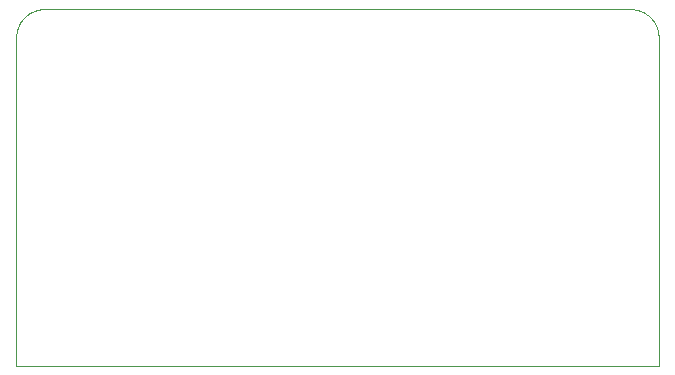
<source format=gko>
%FSLAX46Y46*%
%MOMM*%
%LPD*%
G01*
%ADD10C,0.050000*%
D10*
%LPD*%
%ADD11C,0.0305514*%
D11*
X0057880196Y0004109857D02*
G01*
X0003492497Y0004109857D01*
X0003492497Y0031936942D01*
X0003492497Y0031936942D01*
X0003492626Y0031967588D01*
X0003494173Y0032028572D01*
X0003497246Y0032089171D01*
X0003501829Y0032149367D01*
X0003507902Y0032209141D01*
X0003515448Y0032268473D01*
X0003524446Y0032327345D01*
X0003534879Y0032385738D01*
X0003546729Y0032443634D01*
X0003559976Y0032501013D01*
X0003574602Y0032557857D01*
X0003590588Y0032614147D01*
X0003607917Y0032669864D01*
X0003626568Y0032724989D01*
X0003646525Y0032779503D01*
X0003667767Y0032833388D01*
X0003690278Y0032886626D01*
X0003714037Y0032939196D01*
X0003739027Y0032991080D01*
X0003765228Y0033042259D01*
X0003792623Y0033092716D01*
X0003821193Y0033142429D01*
X0003850919Y0033191382D01*
X0003881782Y0033239555D01*
X0003913765Y0033286930D01*
X0003946848Y0033333487D01*
X0003981013Y0033379207D01*
X0004016241Y0033424072D01*
X0004052514Y0033468064D01*
X0004089813Y0033511163D01*
X0004128120Y0033553350D01*
X0004167415Y0033594607D01*
X0004207682Y0033634914D01*
X0004248900Y0033674254D01*
X0004291051Y0033712606D01*
X0004334117Y0033749954D01*
X0004378080Y0033786276D01*
X0004422920Y0033821556D01*
X0004468619Y0033855773D01*
X0004515158Y0033888909D01*
X0004562520Y0033920946D01*
X0004610684Y0033951865D01*
X0004659634Y0033981645D01*
X0004709350Y0034010270D01*
X0004759813Y0034037720D01*
X0004811005Y0034063976D01*
X0004862908Y0034089020D01*
X0004915503Y0034112832D01*
X0004968771Y0034135394D01*
X0005022693Y0034156687D01*
X0005077252Y0034176692D01*
X0005132429Y0034195390D01*
X0005188205Y0034212763D01*
X0005244561Y0034228792D01*
X0005301479Y0034243457D01*
X0005358940Y0034256741D01*
X0005416926Y0034268624D01*
X0005475418Y0034279087D01*
X0005534398Y0034288113D01*
X0005593847Y0034295681D01*
X0005653746Y0034301773D01*
X0005714078Y0034306370D01*
X0005774822Y0034309453D01*
X0005835962Y0034311005D01*
X0005866689Y0034311135D01*
X0055502476Y0034311135D01*
X0055502476Y0034311135D01*
X0055533121Y0034311005D01*
X0055594106Y0034309459D01*
X0055654705Y0034306385D01*
X0055714901Y0034301802D01*
X0055774674Y0034295729D01*
X0055834007Y0034288184D01*
X0055892879Y0034279185D01*
X0055951272Y0034268752D01*
X0056009168Y0034256903D01*
X0056066547Y0034243656D01*
X0056123391Y0034229030D01*
X0056179680Y0034213043D01*
X0056235397Y0034195715D01*
X0056290522Y0034177063D01*
X0056345037Y0034157107D01*
X0056398922Y0034135864D01*
X0056452159Y0034113354D01*
X0056504729Y0034089595D01*
X0056556613Y0034064605D01*
X0056607793Y0034038403D01*
X0056658249Y0034011008D01*
X0056707963Y0033982439D01*
X0056756916Y0033952713D01*
X0056805089Y0033921849D01*
X0056852463Y0033889867D01*
X0056899020Y0033856784D01*
X0056944741Y0033822619D01*
X0056989606Y0033787391D01*
X0057033597Y0033751118D01*
X0057076696Y0033713819D01*
X0057118883Y0033675512D01*
X0057160140Y0033636216D01*
X0057200448Y0033595950D01*
X0057239787Y0033554732D01*
X0057278140Y0033512580D01*
X0057315487Y0033469514D01*
X0057351810Y0033425552D01*
X0057387089Y0033380712D01*
X0057421307Y0033335013D01*
X0057454443Y0033288473D01*
X0057486480Y0033241112D01*
X0057517398Y0033192947D01*
X0057547179Y0033143998D01*
X0057575804Y0033094282D01*
X0057603254Y0033043819D01*
X0057629510Y0032992626D01*
X0057654553Y0032940723D01*
X0057678365Y0032888129D01*
X0057700927Y0032834861D01*
X0057722220Y0032780938D01*
X0057742225Y0032726379D01*
X0057760924Y0032671202D01*
X0057778297Y0032615427D01*
X0057794325Y0032559071D01*
X0057808991Y0032502153D01*
X0057822275Y0032444691D01*
X0057834158Y0032386705D01*
X0057844621Y0032328213D01*
X0057853646Y0032269233D01*
X0057861214Y0032209784D01*
X0057867306Y0032149885D01*
X0057871903Y0032089554D01*
X0057874987Y0032028809D01*
X0057876538Y0031967670D01*
X0057876668Y0031936942D01*
X0057876668Y0004109857D01*
X0057880196Y0004109857D01*
M02*

</source>
